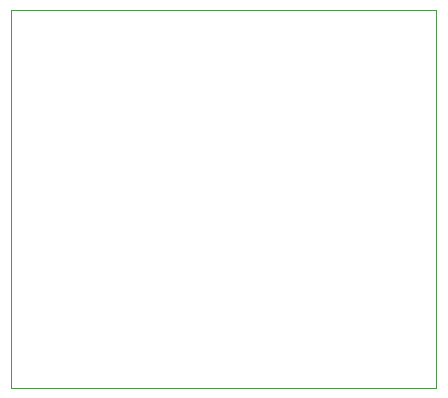
<source format=gbr>
%TF.GenerationSoftware,KiCad,Pcbnew,7.0.1*%
%TF.CreationDate,2023-04-05T13:45:38+02:00*%
%TF.ProjectId,LED_Driver_Evaluation,4c45445f-4472-4697-9665-725f4576616c,1.0*%
%TF.SameCoordinates,Original*%
%TF.FileFunction,Profile,NP*%
%FSLAX46Y46*%
G04 Gerber Fmt 4.6, Leading zero omitted, Abs format (unit mm)*
G04 Created by KiCad (PCBNEW 7.0.1) date 2023-04-05 13:45:38*
%MOMM*%
%LPD*%
G01*
G04 APERTURE LIST*
%TA.AperFunction,Profile*%
%ADD10C,0.100000*%
%TD*%
G04 APERTURE END LIST*
D10*
X112000000Y-51000000D02*
X148000000Y-51000000D01*
X112000000Y-83000000D02*
X112000000Y-51000000D01*
X148000000Y-51000000D02*
X148000000Y-83000000D01*
X148000000Y-83000000D02*
X112000000Y-83000000D01*
M02*

</source>
